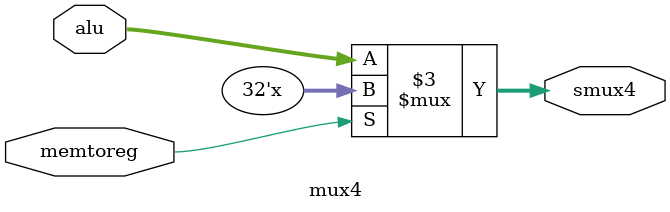
<source format=v>
module mux4
(
	input [31:0] alu,
	input memtoreg, 
	output reg [31:0] smux4
);

always @(*)
begin
	case (memtoreg)
		1'b0:
			begin
				smux4 <= alu;
			end
		default:
			begin
				smux4 <= 32'dx;
			end
	endcase
end
endmodule 
</source>
